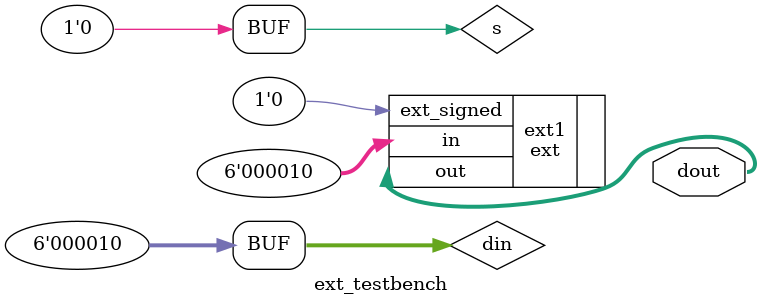
<source format=v>
`timescale 1ns / 1ps

module ext_testbench(
    output wire [31:0] dout
);

reg[5:0] din;
reg s;
ext #(.width(4)) ext1(.ext_signed(s), .in(din), .out(dout));

initial begin
    din = 4'b0000;
    s = 1;
    #10 din = 4'b1010;
    s = 0;
    #10 din = 4'b1110;
    s = 1;
    #10 din = 4'b0010;
    s = 0;
end
endmodule

</source>
